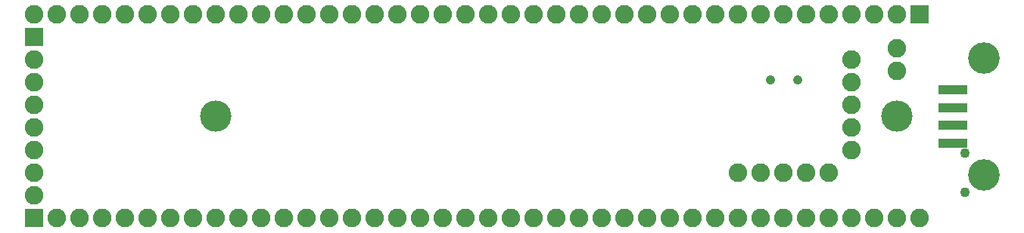
<source format=gbs>
G75*
G70*
%OFA0B0*%
%FSLAX24Y24*%
%IPPOS*%
%LPD*%
%AMOC8*
5,1,8,0,0,1.08239X$1,22.5*
%
%ADD10C,0.0434*%
%ADD11C,0.0820*%
%ADD12R,0.0820X0.0820*%
%ADD13C,0.1390*%
%ADD14R,0.1261X0.0434*%
%ADD15C,0.1380*%
%ADD16C,0.0415*%
D10*
X041843Y001977D03*
X041843Y003709D03*
D11*
X036843Y003843D03*
X035843Y002843D03*
X034843Y002843D03*
X033843Y002843D03*
X032843Y002843D03*
X031843Y002843D03*
X031843Y000843D03*
X032843Y000843D03*
X033843Y000843D03*
X034843Y000843D03*
X035843Y000843D03*
X036843Y000843D03*
X037843Y000843D03*
X038843Y000843D03*
X039843Y000843D03*
X030843Y000843D03*
X029843Y000843D03*
X028843Y000843D03*
X027843Y000843D03*
X026843Y000843D03*
X025843Y000843D03*
X024843Y000843D03*
X023843Y000843D03*
X022843Y000843D03*
X021843Y000843D03*
X020843Y000843D03*
X019843Y000843D03*
X018843Y000843D03*
X017843Y000843D03*
X016843Y000843D03*
X015843Y000843D03*
X014843Y000843D03*
X013843Y000843D03*
X012843Y000843D03*
X011843Y000843D03*
X010843Y000843D03*
X009843Y000843D03*
X008843Y000843D03*
X007843Y000843D03*
X006843Y000843D03*
X005843Y000843D03*
X004843Y000843D03*
X003843Y000843D03*
X002843Y000843D03*
X001843Y000843D03*
X000843Y001843D03*
X000843Y002843D03*
X000843Y003843D03*
X000843Y004843D03*
X000843Y005843D03*
X000843Y006843D03*
X000843Y007843D03*
X000843Y009843D03*
X001843Y009843D03*
X002843Y009843D03*
X003843Y009843D03*
X004843Y009843D03*
X005843Y009843D03*
X006843Y009843D03*
X007843Y009843D03*
X008843Y009843D03*
X009843Y009843D03*
X010843Y009843D03*
X011843Y009843D03*
X012843Y009843D03*
X013843Y009843D03*
X014843Y009843D03*
X015843Y009843D03*
X016843Y009843D03*
X017843Y009843D03*
X018843Y009843D03*
X019843Y009843D03*
X020843Y009843D03*
X021843Y009843D03*
X022843Y009843D03*
X023843Y009843D03*
X024843Y009843D03*
X025843Y009843D03*
X026843Y009843D03*
X027843Y009843D03*
X028843Y009843D03*
X029843Y009843D03*
X030843Y009843D03*
X031843Y009843D03*
X032843Y009843D03*
X033843Y009843D03*
X034843Y009843D03*
X035843Y009843D03*
X036843Y009843D03*
X037843Y009843D03*
X038843Y009843D03*
X038843Y008343D03*
X036843Y007843D03*
X038843Y007343D03*
X036843Y006843D03*
X036843Y005843D03*
X036843Y004843D03*
D12*
X000843Y000843D03*
X000843Y008843D03*
X039843Y009843D03*
D13*
X042693Y007928D03*
X042693Y002758D03*
D14*
X041334Y004162D03*
X041334Y004949D03*
X041334Y005736D03*
X041334Y006524D03*
D15*
X038843Y005343D03*
X008843Y005343D03*
D16*
X033302Y006943D03*
X034483Y006943D03*
M02*

</source>
